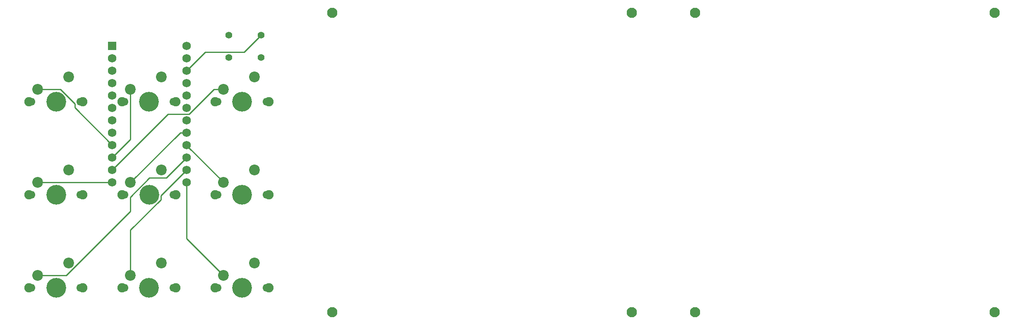
<source format=gbr>
%TF.GenerationSoftware,Altium Limited,Altium Designer,20.1.12 (249)*%
G04 Layer_Physical_Order=2*
G04 Layer_Color=16711680*
%FSLAX26Y26*%
%MOIN*%
%TF.SameCoordinates,48E641B1-37B0-44A9-B879-09A3BD72E7FB*%
%TF.FilePolarity,Positive*%
%TF.FileFunction,Copper,L2,Bot,Signal*%
%TF.Part,Single*%
G01*
G75*
%TA.AperFunction,ComponentPad*%
%ADD10C,0.069016*%
%ADD11R,0.069016X0.069016*%
%ADD12C,0.159449*%
%ADD13C,0.086614*%
%ADD14C,0.074803*%
%ADD15C,0.066929*%
%ADD16C,0.055118*%
%TA.AperFunction,ViaPad*%
%ADD17C,0.082677*%
%TA.AperFunction,Conductor*%
%ADD18C,0.010000*%
D10*
X848854Y1624174D02*
D03*
Y2224174D02*
D03*
Y2024174D02*
D03*
Y1824174D02*
D03*
Y1924174D02*
D03*
Y1424174D02*
D03*
Y1524174D02*
D03*
Y1224174D02*
D03*
Y2124174D02*
D03*
Y1724174D02*
D03*
Y1324174D02*
D03*
X1448854Y1624174D02*
D03*
Y2324174D02*
D03*
Y2024174D02*
D03*
Y2224174D02*
D03*
Y1824174D02*
D03*
Y1924174D02*
D03*
Y1424174D02*
D03*
Y1524174D02*
D03*
Y1224174D02*
D03*
Y1724174D02*
D03*
Y1324174D02*
D03*
Y2124174D02*
D03*
D11*
X848854Y2324174D02*
D03*
D12*
X397047Y375000D02*
D03*
Y1124213D02*
D03*
X1146496Y1123189D02*
D03*
X1895709D02*
D03*
X1146260Y375000D02*
D03*
X1895472D02*
D03*
X397047Y1873425D02*
D03*
X1146260D02*
D03*
X1895472D02*
D03*
D13*
X246457Y474409D02*
D03*
X496457Y574409D02*
D03*
X246457Y1223622D02*
D03*
X496457Y1323622D02*
D03*
X995905Y1222598D02*
D03*
X1245906Y1322598D02*
D03*
X1745118Y1222598D02*
D03*
X1995118Y1322598D02*
D03*
X995669Y474409D02*
D03*
X1245669Y574409D02*
D03*
X1744882Y474409D02*
D03*
X1994882Y574409D02*
D03*
X246457Y1972835D02*
D03*
X496457Y2072835D02*
D03*
X995669Y1972835D02*
D03*
X1245669Y2072835D02*
D03*
X1744882Y1972835D02*
D03*
X1994882Y2072835D02*
D03*
D14*
X178543Y374409D02*
D03*
X612008D02*
D03*
X178543Y1123622D02*
D03*
X612008D02*
D03*
X927992Y1122598D02*
D03*
X1361457D02*
D03*
X1677205D02*
D03*
X2110669D02*
D03*
X927756Y374409D02*
D03*
X1361220D02*
D03*
X1676968D02*
D03*
X2110433D02*
D03*
X178543Y1872835D02*
D03*
X612008D02*
D03*
X927756D02*
D03*
X1361220D02*
D03*
X1676968D02*
D03*
X2110433D02*
D03*
D15*
X195472Y374409D02*
D03*
X595472D02*
D03*
X195472Y1123622D02*
D03*
X595472D02*
D03*
X944921Y1122598D02*
D03*
X1344921D02*
D03*
X1694134D02*
D03*
X2094134D02*
D03*
X944685Y374409D02*
D03*
X1344685D02*
D03*
X1693898D02*
D03*
X2093898D02*
D03*
X195472Y1872835D02*
D03*
X595472D02*
D03*
X944685D02*
D03*
X1344685D02*
D03*
X1693898D02*
D03*
X2093898D02*
D03*
D16*
X1788740Y2229291D02*
D03*
Y2410394D02*
D03*
X2048583Y2229291D02*
D03*
Y2410394D02*
D03*
D17*
X5543110Y2590551D02*
D03*
Y177165D02*
D03*
X7956496Y2590551D02*
D03*
D03*
D03*
Y177165D02*
D03*
X5035433D02*
D03*
Y2590551D02*
D03*
D03*
D03*
X2622047Y177165D02*
D03*
Y2590551D02*
D03*
D18*
X1448854Y2124174D02*
X1596531Y2271850D01*
X1910039D01*
X2048583Y2410394D01*
X1283141Y1258460D02*
X1448854Y1424174D01*
X1147807Y1258460D02*
X1283141D01*
X993386Y1104039D02*
X1147807Y1258460D01*
X993386Y988880D02*
Y1104039D01*
X478915Y474409D02*
X993386Y988880D01*
X246457Y474409D02*
X478915D01*
X1241220Y1116540D02*
X1448854Y1324174D01*
X1241220Y1083953D02*
Y1116540D01*
X995669Y838402D02*
X1241220Y1083953D01*
X995669Y474409D02*
Y838402D01*
X1448854Y770437D02*
X1744882Y474409D01*
X1448854Y770437D02*
Y1224174D01*
Y1521518D02*
Y1524174D01*
Y1521518D02*
X1745118Y1225254D01*
Y1222598D02*
Y1225254D01*
X1397481Y1624174D02*
X1448854D01*
X995905Y1222598D02*
X1397481Y1624174D01*
X1298362Y1773682D02*
X1468377D01*
X1667530Y1972835D01*
X1744882D01*
X848854Y1324174D02*
X1298362Y1773682D01*
X848854Y1424174D02*
X995669Y1570989D01*
Y1972835D01*
X848578Y1223898D02*
X848854Y1224174D01*
X246732Y1223898D02*
X848578D01*
X246457Y1223622D02*
X246732Y1223898D01*
X246457Y1972835D02*
X431598D01*
X547008Y1857425D01*
Y1826020D02*
Y1857425D01*
Y1826020D02*
X848854Y1524174D01*
%TF.MD5,cb424e799db4d172ef50e9f36b172e99*%
M02*

</source>
